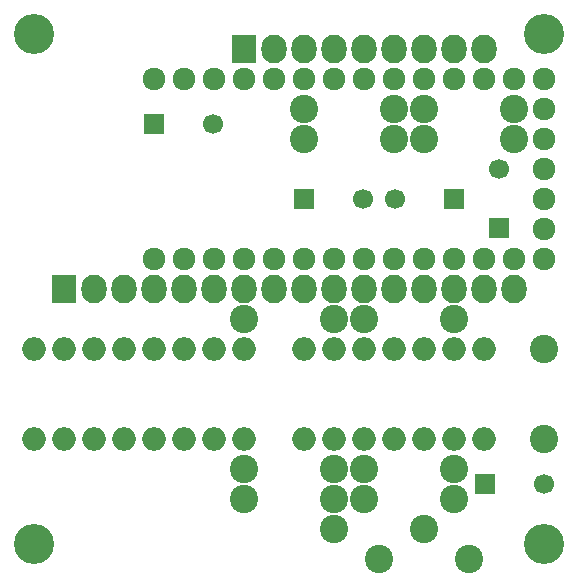
<source format=gbs>
G04 #@! TF.FileFunction,Soldermask,Bot*
%FSLAX46Y46*%
G04 Gerber Fmt 4.6, Leading zero omitted, Abs format (unit mm)*
G04 Created by KiCad (PCBNEW (2015-11-29 BZR 6336)-product) date vrijdag 15 april 2016 20:58:08*
%MOMM*%
G01*
G04 APERTURE LIST*
%ADD10C,0.100000*%
%ADD11R,1.700000X1.700000*%
%ADD12C,1.700000*%
%ADD13C,3.400000*%
%ADD14O,2.000000X2.000000*%
%ADD15C,2.398980*%
%ADD16C,1.924000*%
%ADD17R,2.127200X2.432000*%
%ADD18O,2.127200X2.432000*%
G04 APERTURE END LIST*
D10*
D11*
X92790000Y-92710000D03*
D12*
X97790000Y-92710000D03*
D13*
X54610000Y-97790000D03*
X54610000Y-54610000D03*
D14*
X77470000Y-88900000D03*
X80010000Y-88900000D03*
X82550000Y-88900000D03*
X85090000Y-88900000D03*
X87630000Y-88900000D03*
X90170000Y-88900000D03*
X92710000Y-88900000D03*
X92710000Y-81280000D03*
X90170000Y-81280000D03*
X87630000Y-81280000D03*
X85090000Y-81280000D03*
X82550000Y-81280000D03*
X80010000Y-81280000D03*
X77470000Y-81280000D03*
D15*
X82550000Y-93980000D03*
X90170000Y-93980000D03*
X83820000Y-99060000D03*
X91440000Y-99060000D03*
X80010000Y-93980000D03*
X72390000Y-93980000D03*
X80010000Y-91440000D03*
X72390000Y-91440000D03*
D16*
X72390000Y-73660000D03*
X77470000Y-73660000D03*
X82550000Y-73660000D03*
X74930000Y-73660000D03*
X80010000Y-73660000D03*
X69850000Y-73660000D03*
X64770000Y-73660000D03*
X67310000Y-73660000D03*
X87630000Y-73660000D03*
X85090000Y-73660000D03*
X90170000Y-73660000D03*
X95250000Y-73660000D03*
X92710000Y-73660000D03*
X97790000Y-73660000D03*
X97790000Y-71120000D03*
X97790000Y-68580000D03*
X97790000Y-66040000D03*
X97790000Y-63500000D03*
X97790000Y-60960000D03*
X72390000Y-58420000D03*
X74930000Y-58420000D03*
X80010000Y-58420000D03*
X77470000Y-58420000D03*
X82550000Y-58420000D03*
X85090000Y-58420000D03*
X90170000Y-58420000D03*
X95250000Y-58420000D03*
X92710000Y-58420000D03*
X87630000Y-58420000D03*
X97790000Y-58420000D03*
X67310000Y-58420000D03*
X69850000Y-58420000D03*
X64770000Y-58420000D03*
D17*
X57150000Y-76200000D03*
D18*
X59690000Y-76200000D03*
X62230000Y-76200000D03*
X64770000Y-76200000D03*
X67310000Y-76200000D03*
X69850000Y-76200000D03*
X72390000Y-76200000D03*
X74930000Y-76200000D03*
X77470000Y-76200000D03*
X80010000Y-76200000D03*
X82550000Y-76200000D03*
X85090000Y-76200000D03*
X87630000Y-76200000D03*
X90170000Y-76200000D03*
X92710000Y-76200000D03*
X95250000Y-76200000D03*
D11*
X64770000Y-62230000D03*
D12*
X69770000Y-62230000D03*
D15*
X97790000Y-88900000D03*
X97790000Y-81280000D03*
D11*
X77470000Y-68580000D03*
D12*
X82470000Y-68580000D03*
D14*
X72390000Y-81280000D03*
X69850000Y-81280000D03*
X67310000Y-81280000D03*
X64770000Y-81280000D03*
X62230000Y-81280000D03*
X59690000Y-81280000D03*
X57150000Y-81280000D03*
X54610000Y-81280000D03*
X54610000Y-88900000D03*
X57150000Y-88900000D03*
X59690000Y-88900000D03*
X62230000Y-88900000D03*
X64770000Y-88900000D03*
X67310000Y-88900000D03*
X69850000Y-88900000D03*
X72390000Y-88900000D03*
D11*
X90170000Y-68580000D03*
D12*
X85170000Y-68580000D03*
D15*
X82550000Y-91440000D03*
X90170000Y-91440000D03*
X80010000Y-96520000D03*
X87630000Y-96520000D03*
X85090000Y-63500000D03*
X77470000Y-63500000D03*
X72390000Y-78740000D03*
X80010000Y-78740000D03*
X77470000Y-60960000D03*
X85090000Y-60960000D03*
X82550000Y-78740000D03*
X90170000Y-78740000D03*
X87630000Y-63500000D03*
X95250000Y-63500000D03*
X95250000Y-60960000D03*
X87630000Y-60960000D03*
D11*
X93980000Y-71040000D03*
D12*
X93980000Y-66040000D03*
D13*
X97790000Y-97790000D03*
X97790000Y-54610000D03*
D17*
X72390000Y-55880000D03*
D18*
X74930000Y-55880000D03*
X77470000Y-55880000D03*
X80010000Y-55880000D03*
X82550000Y-55880000D03*
X85090000Y-55880000D03*
X87630000Y-55880000D03*
X90170000Y-55880000D03*
X92710000Y-55880000D03*
M02*

</source>
